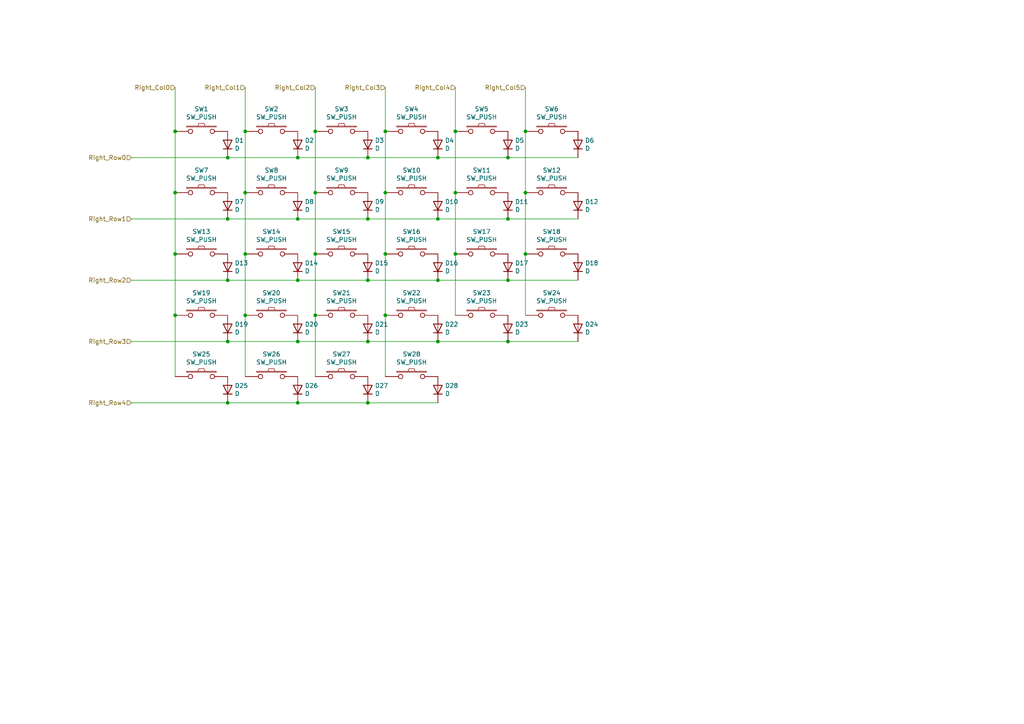
<source format=kicad_sch>
(kicad_sch (version 20230121) (generator eeschema)
  (paper "A4")
  (lib_symbols
    (symbol "Device:D" (pin_numbers hide) (pin_names (offset 1.016) hide)
      (property "Reference" "D" (at 0 2.54 0))
      (property "Value" "D" (at 0 -2.54 0))
      (symbol "D_0_1"
        (polyline (pts (xy -1.27 1.27) (xy -1.27 -1.27)) (stroke (width 0.254)))
        (polyline (pts (xy 1.27 0) (xy -1.27 0)))
        (polyline (pts (xy 1.27 1.27) (xy 1.27 -1.27) (xy -1.27 0) (xy 1.27 1.27)) (stroke (width 0.254)))
      )
      (symbol "D_1_1"
        (pin passive line (at -3.81 0 0) (length 2.54) (name "K") (number "1"))
        (pin passive line (at 3.81 0 180) (length 2.54) (name "A") (number "2"))
      )
    )
    (symbol "kbd:SW_PUSH" (pin_numbers hide) (pin_names (offset 1.016) hide)
      (property "Reference" "SW" (at 3.81 2.794 0))
      (property "Value" "SW_PUSH" (at 0 -2.032 0))
      (symbol "SW_PUSH_0_1"
        (rectangle (start -4.318 1.27) (end 4.318 1.524))
        (polyline (pts (xy -1.016 1.524) (xy -0.762 2.286) (xy 0.762 2.286) (xy 1.016 1.524)))
        (pin passive inverted (at -7.62 0 0) (length 5.08) (name "1") (number "1"))
        (pin passive inverted (at 7.62 0 180) (length 5.08) (name "2") (number "2"))
      )
    )
  )
  (junction (at 147.32 63.5))
  (junction (at 71.12 91.44))
  (junction (at 111.76 91.44))
  (junction (at 50.8 91.44))
  (junction (at 50.8 55.88))
  (junction (at 86.36 81.28))
  (junction (at 66.04 116.84))
  (junction (at 111.76 73.66))
  (junction (at 147.32 45.72))
  (junction (at 86.36 99.06))
  (junction (at 50.8 73.66))
  (junction (at 152.4 38.1))
  (junction (at 66.04 45.72))
  (junction (at 132.08 38.1))
  (junction (at 147.32 81.28))
  (junction (at 66.04 99.06))
  (junction (at 127 45.72))
  (junction (at 152.4 73.66))
  (junction (at 106.68 81.28))
  (junction (at 127 99.06))
  (junction (at 111.76 38.1))
  (junction (at 91.44 55.88))
  (junction (at 132.08 73.66))
  (junction (at 71.12 73.66))
  (junction (at 91.44 38.1))
  (junction (at 127 63.5))
  (junction (at 71.12 38.1))
  (junction (at 86.36 45.72))
  (junction (at 66.04 63.5))
  (junction (at 127 81.28))
  (junction (at 66.04 81.28))
  (junction (at 86.36 63.5))
  (junction (at 152.4 55.88))
  (junction (at 132.08 55.88))
  (junction (at 71.12 55.88))
  (junction (at 111.76 55.88))
  (junction (at 147.32 99.06))
  (junction (at 106.68 63.5))
  (junction (at 106.68 99.06))
  (junction (at 50.8 38.1))
  (junction (at 86.36 116.84))
  (junction (at 91.44 73.66))
  (junction (at 106.68 116.84))
  (junction (at 91.44 91.44))
  (junction (at 106.68 45.72))
  (wire (pts (xy 71.12 55.88) (xy 71.12 73.66)))
  (wire (pts (xy 127 81.28) (xy 147.32 81.28)))
  (wire (pts (xy 66.04 45.72) (xy 38.1 45.72)))
  (wire (pts (xy 106.68 116.84) (xy 127 116.84)))
  (wire (pts (xy 167.64 45.72) (xy 147.32 45.72)))
  (wire (pts (xy 106.68 63.5) (xy 127 63.5)))
  (wire (pts (xy 50.8 38.1) (xy 50.8 55.88)))
  (wire (pts (xy 147.32 81.28) (xy 167.64 81.28)))
  (wire (pts (xy 38.1 99.06) (xy 66.04 99.06)))
  (wire (pts (xy 86.36 116.84) (xy 106.68 116.84)))
  (wire (pts (xy 152.4 73.66) (xy 152.4 91.44)))
  (wire (pts (xy 66.04 63.5) (xy 86.36 63.5)))
  (wire (pts (xy 91.44 73.66) (xy 91.44 91.44)))
  (wire (pts (xy 38.1 81.28) (xy 66.04 81.28)))
  (wire (pts (xy 66.04 116.84) (xy 86.36 116.84)))
  (wire (pts (xy 71.12 91.44) (xy 71.12 109.22)))
  (wire (pts (xy 91.44 38.1) (xy 91.44 55.88)))
  (wire (pts (xy 152.4 38.1) (xy 152.4 55.88)))
  (wire (pts (xy 71.12 73.66) (xy 71.12 91.44)))
  (wire (pts (xy 38.1 116.84) (xy 66.04 116.84)))
  (wire (pts (xy 66.04 81.28) (xy 86.36 81.28)))
  (wire (pts (xy 127 63.5) (xy 147.32 63.5)))
  (wire (pts (xy 66.04 99.06) (xy 86.36 99.06)))
  (wire (pts (xy 91.44 38.1) (xy 91.44 25.4)))
  (wire (pts (xy 111.76 91.44) (xy 111.76 109.22)))
  (wire (pts (xy 111.76 38.1) (xy 111.76 55.88)))
  (wire (pts (xy 106.68 99.06) (xy 127 99.06)))
  (wire (pts (xy 111.76 73.66) (xy 111.76 91.44)))
  (wire (pts (xy 106.68 81.28) (xy 127 81.28)))
  (wire (pts (xy 147.32 99.06) (xy 167.64 99.06)))
  (wire (pts (xy 132.08 38.1) (xy 132.08 55.88)))
  (wire (pts (xy 111.76 38.1) (xy 111.76 25.4)))
  (wire (pts (xy 86.36 81.28) (xy 106.68 81.28)))
  (wire (pts (xy 86.36 63.5) (xy 106.68 63.5)))
  (wire (pts (xy 50.8 91.44) (xy 50.8 109.22)))
  (wire (pts (xy 50.8 73.66) (xy 50.8 91.44)))
  (wire (pts (xy 50.8 25.4) (xy 50.8 38.1)))
  (wire (pts (xy 86.36 45.72) (xy 66.04 45.72)))
  (wire (pts (xy 86.36 99.06) (xy 106.68 99.06)))
  (wire (pts (xy 106.68 45.72) (xy 86.36 45.72)))
  (wire (pts (xy 91.44 91.44) (xy 91.44 109.22)))
  (wire (pts (xy 152.4 25.4) (xy 152.4 38.1)))
  (wire (pts (xy 50.8 55.88) (xy 50.8 73.66)))
  (wire (pts (xy 91.44 55.88) (xy 91.44 73.66)))
  (wire (pts (xy 147.32 45.72) (xy 127 45.72)))
  (wire (pts (xy 152.4 55.88) (xy 152.4 73.66)))
  (wire (pts (xy 132.08 55.88) (xy 132.08 73.66)))
  (wire (pts (xy 127 45.72) (xy 106.68 45.72)))
  (wire (pts (xy 71.12 38.1) (xy 71.12 55.88)))
  (wire (pts (xy 127 99.06) (xy 147.32 99.06)))
  (wire (pts (xy 111.76 55.88) (xy 111.76 73.66)))
  (wire (pts (xy 38.1 63.5) (xy 66.04 63.5)))
  (wire (pts (xy 132.08 73.66) (xy 132.08 91.44)))
  (wire (pts (xy 71.12 25.4) (xy 71.12 38.1)))
  (wire (pts (xy 132.08 38.1) (xy 132.08 25.4)))
  (wire (pts (xy 167.64 63.5) (xy 147.32 63.5)))
  (hierarchical_label "Right_Row3" (shape input) (at 38.1 99.06 180))
  (hierarchical_label "Right_Row0" (shape input) (at 38.1 45.72 180))
  (hierarchical_label "Right_Col5" (shape input) (at 152.4 25.4 180))
  (hierarchical_label "Right_Row2" (shape input) (at 38.1 81.28 180))
  (hierarchical_label "Right_Col3" (shape input) (at 111.76 25.4 180))
  (hierarchical_label "Right_Row4" (shape input) (at 38.1 116.84 180))
  (hierarchical_label "Right_Col2" (shape input) (at 91.44 25.4 180))
  (hierarchical_label "Right_Row1" (shape input) (at 38.1 63.5 180))
  (hierarchical_label "Right_Col0" (shape input) (at 50.8 25.4 180))
  (hierarchical_label "Right_Col4" (shape input) (at 132.08 25.4 180))
  (hierarchical_label "Right_Col1" (shape input) (at 71.12 25.4 180))
  (symbol (lib_id "kbd:SW_PUSH") (at 160.02 38.1 0) (unit 1)
    (property "Reference" "SW6" (at 160.02 31.623 0))
    (property "Value" "SW_PUSH" (at 160.02 33.9344 0))
    (property "Footprint" "Marby_kbd_footprint:CherryMXSwitch_hotswap_1_00u" (effects hide))
    (property "LCSC" "aaa" (effects hide))
    (instances (project "SumNight57" (path "" (reference "SW6") (unit 1)) (path "" (reference "SW35") (unit 1))))
  )
  (symbol (lib_id "Device:D") (at 147.32 77.47 90) (unit 1)
    (property "Reference" "D17" (at 149.352 76.3016 90) (effects (justify right)))
    (property "Value" "D" (at 149.352 78.613 90) (effects (justify right)))
    (property "Footprint" "Marby_kbd_footprint:Diode_SMD" (effects hide))
    (property "Datasheet" "SOD-123 Switching Diode ROHS" (effects hide))
    (property "LCSC" "C81598" (effects hide))
    (instances (project "SumNight57" (path "" (reference "D17") (unit 1)) (path "" (reference "D46") (unit 1))))
  )
  (symbol (lib_id "kbd:SW_PUSH") (at 78.74 109.22 0) (unit 1)
    (property "Reference" "SW26" (at 78.74 102.743 0))
    (property "Value" "SW_PUSH" (at 78.74 105.0544 0))
    (property "Footprint" "Marby_kbd_footprint:CherryMXSwitch_hotswap_1_00u" (effects hide))
    (property "LCSC" "aaa" (effects hide))
    (instances (project "SumNight57" (path "" (reference "SW26") (unit 1)) (path "" (reference "SW55") (unit 1))))
  )
  (symbol (lib_id "kbd:SW_PUSH") (at 119.38 38.1 0) (unit 1)
    (property "Reference" "SW4" (at 119.38 31.623 0))
    (property "Value" "SW_PUSH" (at 119.38 33.9344 0))
    (property "Footprint" "Marby_kbd_footprint:CherryMXSwitch_hotswap_1_00u" (effects hide))
    (property "LCSC" "aaa" (effects hide))
    (instances (project "SumNight57" (path "" (reference "SW4") (unit 1)) (path "" (reference "SW33") (unit 1))))
  )
  (symbol (lib_id "kbd:SW_PUSH") (at 78.74 91.44 0) (unit 1)
    (property "Reference" "SW20" (at 78.74 84.963 0))
    (property "Value" "SW_PUSH" (at 78.74 87.2744 0))
    (property "Footprint" "Marby_kbd_footprint:CherryMXSwitch_hotswap_1_00u" (effects hide))
    (property "LCSC" "aaa" (effects hide))
    (instances (project "SumNight57" (path "" (reference "SW20") (unit 1)) (path "" (reference "SW49") (unit 1))))
  )
  (symbol (lib_id "Device:D") (at 86.36 59.69 90) (unit 1)
    (property "Reference" "D8" (at 88.392 58.5216 90) (effects (justify right)))
    (property "Value" "D" (at 88.392 60.833 90) (effects (justify right)))
    (property "Footprint" "Marby_kbd_footprint:Diode_SMD" (effects hide))
    (property "Datasheet" "SOD-123 Switching Diode ROHS" (effects hide))
    (property "LCSC" "C81598" (effects hide))
    (instances (project "SumNight57" (path "" (reference "D8") (unit 1)) (path "" (reference "D37") (unit 1))))
  )
  (symbol (lib_id "Device:D") (at 127 77.47 90) (unit 1)
    (property "Reference" "D16" (at 129.032 76.3016 90) (effects (justify right)))
    (property "Value" "D" (at 129.032 78.613 90) (effects (justify right)))
    (property "Footprint" "Marby_kbd_footprint:Diode_SMD" (effects hide))
    (property "Datasheet" "SOD-123 Switching Diode ROHS" (effects hide))
    (property "LCSC" "C81598" (effects hide))
    (instances (project "SumNight57" (path "" (reference "D16") (unit 1)) (path "" (reference "D45") (unit 1))))
  )
  (symbol (lib_id "kbd:SW_PUSH") (at 99.06 73.66 0) (unit 1)
    (property "Reference" "SW15" (at 99.06 67.183 0))
    (property "Value" "SW_PUSH" (at 99.06 69.4944 0))
    (property "Footprint" "Marby_kbd_footprint:CherryMXSwitch_hotswap_1_00u" (effects hide))
    (property "LCSC" "aaa" (effects hide))
    (instances (project "SumNight57" (path "" (reference "SW15") (unit 1)) (path "" (reference "SW44") (unit 1))))
  )
  (symbol (lib_id "kbd:SW_PUSH") (at 99.06 38.1 0) (unit 1)
    (property "Reference" "SW3" (at 99.06 31.623 0))
    (property "Value" "SW_PUSH" (at 99.06 33.9344 0))
    (property "Footprint" "Marby_kbd_footprint:CherryMXSwitch_hotswap_1_00u" (effects hide))
    (property "LCSC" "aaa" (effects hide))
    (instances (project "SumNight57" (path "" (reference "SW3") (unit 1)) (path "" (reference "SW32") (unit 1))))
  )
  (symbol (lib_id "Device:D") (at 86.36 77.47 90) (unit 1)
    (property "Reference" "D14" (at 88.392 76.3016 90) (effects (justify right)))
    (property "Value" "D" (at 88.392 78.613 90) (effects (justify right)))
    (property "Footprint" "Marby_kbd_footprint:Diode_SMD" (effects hide))
    (property "Datasheet" "SOD-123 Switching Diode ROHS" (effects hide))
    (property "LCSC" "C81598" (effects hide))
    (instances (project "SumNight57" (path "" (reference "D14") (unit 1)) (path "" (reference "D43") (unit 1))))
  )
  (symbol (lib_id "kbd:SW_PUSH") (at 139.7 91.44 0) (unit 1)
    (property "Reference" "SW23" (at 139.7 84.963 0))
    (property "Value" "SW_PUSH" (at 139.7 87.2744 0))
    (property "Footprint" "Marby_kbd_footprint:CherryMXSwitch_hotswap_1_00u" (effects hide))
    (instances (project "SumNight57" (path "" (reference "SW23") (unit 1)) (path "" (reference "SW52") (unit 1))))
  )
  (symbol (lib_id "Device:D") (at 86.36 95.25 90) (unit 1)
    (property "Reference" "D20" (at 88.392 94.0816 90) (effects (justify right)))
    (property "Value" "D" (at 88.392 96.393 90) (effects (justify right)))
    (property "Footprint" "Marby_kbd_footprint:Diode_SMD" (effects hide))
    (property "Datasheet" "SOD-123 Switching Diode ROHS" (effects hide))
    (property "LCSC" "C81598" (effects hide))
    (instances (project "SumNight57" (path "" (reference "D20") (unit 1)) (path "" (reference "D49") (unit 1))))
  )
  (symbol (lib_id "Device:D") (at 106.68 113.03 90) (unit 1)
    (property "Reference" "D27" (at 108.712 111.8616 90) (effects (justify right)))
    (property "Value" "D" (at 108.712 114.173 90) (effects (justify right)))
    (property "Footprint" "Marby_kbd_footprint:Diode_SMD" (effects hide))
    (property "Datasheet" "SOD-123 Switching Diode ROHS" (effects hide))
    (property "LCSC" "C81598" (effects hide))
    (instances (project "SumNight57" (path "" (reference "D27") (unit 1)) (path "" (reference "D56") (unit 1))))
  )
  (symbol (lib_id "kbd:SW_PUSH") (at 160.02 91.44 0) (unit 1)
    (property "Reference" "SW24" (at 160.02 84.963 0))
    (property "Value" "SW_PUSH" (at 160.02 87.2744 0))
    (property "Footprint" "Marby_kbd_footprint:CherryMXSwitch_hotswap_1_00u" (effects hide))
    (instances (project "SumNight57" (path "" (reference "SW24") (unit 1)) (path "" (reference "SW53") (unit 1))))
  )
  (symbol (lib_id "kbd:SW_PUSH") (at 58.42 73.66 0) (unit 1)
    (property "Reference" "SW13" (at 58.42 67.183 0))
    (property "Value" "SW_PUSH" (at 58.42 69.4944 0))
    (property "Footprint" "Marby_kbd_footprint:CherryMXSwitch_hotswap_1_00u" (effects hide))
    (property "LCSC" "aaa" (effects hide))
    (instances (project "SumNight57" (path "" (reference "SW13") (unit 1)) (path "" (reference "SW42") (unit 1))))
  )
  (symbol (lib_id "Device:D") (at 86.36 41.91 90) (unit 1)
    (property "Reference" "D2" (at 88.392 40.7416 90) (effects (justify right)))
    (property "Value" "D" (at 88.392 43.053 90) (effects (justify right)))
    (property "Footprint" "Marby_kbd_footprint:Diode_SMD" (effects hide))
    (property "Datasheet" "SOD-123 Switching Diode ROHS" (effects hide))
    (property "LCSC" "C81598" (effects hide))
    (instances (project "SumNight57" (path "" (reference "D2") (unit 1)) (path "" (reference "D31") (unit 1))))
  )
  (symbol (lib_id "Device:D") (at 66.04 113.03 90) (unit 1)
    (property "Reference" "D25" (at 68.072 111.8616 90) (effects (justify right)))
    (property "Value" "D" (at 68.072 114.173 90) (effects (justify right)))
    (property "Footprint" "Marby_kbd_footprint:Diode_SMD" (effects hide))
    (property "Datasheet" "SOD-123 Switching Diode ROHS" (effects hide))
    (property "LCSC" "C81598" (effects hide))
    (instances (project "SumNight57" (path "" (reference "D25") (unit 1)) (path "" (reference "D54") (unit 1))))
  )
  (symbol (lib_id "Device:D") (at 86.36 113.03 90) (unit 1)
    (property "Reference" "D26" (at 88.392 111.8616 90) (effects (justify right)))
    (property "Value" "D" (at 88.392 114.173 90) (effects (justify right)))
    (property "Footprint" "Marby_kbd_footprint:Diode_SMD" (effects hide))
    (property "Datasheet" "SOD-123 Switching Diode ROHS" (effects hide))
    (property "LCSC" "C81598" (effects hide))
    (instances (project "SumNight57" (path "" (reference "D26") (unit 1)) (path "" (reference "D55") (unit 1))))
  )
  (symbol (lib_id "kbd:SW_PUSH") (at 99.06 109.22 0) (unit 1)
    (property "Reference" "SW27" (at 99.06 102.743 0))
    (property "Value" "SW_PUSH" (at 99.06 105.0544 0))
    (property "Footprint" "Marby_kbd_footprint:CherryMXSwitch_hotswap_1_00u" (effects hide))
    (instances (project "SumNight57" (path "" (reference "SW27") (unit 1)) (path "" (reference "SW56") (unit 1))))
  )
  (symbol (lib_id "Device:D") (at 106.68 77.47 90) (unit 1)
    (property "Reference" "D15" (at 108.712 76.3016 90) (effects (justify right)))
    (property "Value" "D" (at 108.712 78.613 90) (effects (justify right)))
    (property "Footprint" "Marby_kbd_footprint:Diode_SMD" (effects hide))
    (property "Datasheet" "SOD-123 Switching Diode ROHS" (effects hide))
    (property "LCSC" "C81598" (effects hide))
    (instances (project "SumNight57" (path "" (reference "D15") (unit 1)) (path "" (reference "D44") (unit 1))))
  )
  (symbol (lib_id "Device:D") (at 106.68 59.69 90) (unit 1)
    (property "Reference" "D9" (at 108.712 58.5216 90) (effects (justify right)))
    (property "Value" "D" (at 108.712 60.833 90) (effects (justify right)))
    (property "Footprint" "Marby_kbd_footprint:Diode_SMD" (effects hide))
    (property "Datasheet" "SOD-123 Switching Diode ROHS" (effects hide))
    (property "LCSC" "C81598" (effects hide))
    (instances (project "SumNight57" (path "" (reference "D9") (unit 1)) (path "" (reference "D38") (unit 1))))
  )
  (symbol (lib_id "kbd:SW_PUSH") (at 58.42 91.44 0) (unit 1)
    (property "Reference" "SW19" (at 58.42 84.963 0))
    (property "Value" "SW_PUSH" (at 58.42 87.2744 0))
    (property "Footprint" "Marby_kbd_footprint:CherryMXSwitch_hotswap_1_00u" (effects hide))
    (property "LCSC" "aaa" (effects hide))
    (instances (project "SumNight57" (path "" (reference "SW19") (unit 1)) (path "" (reference "SW48") (unit 1))))
  )
  (symbol (lib_id "kbd:SW_PUSH") (at 99.06 91.44 0) (unit 1)
    (property "Reference" "SW21" (at 99.06 84.963 0))
    (property "Value" "SW_PUSH" (at 99.06 87.2744 0))
    (property "Footprint" "Marby_kbd_footprint:CherryMXSwitch_hotswap_1_00u" (effects hide))
    (instances (project "SumNight57" (path "" (reference "SW21") (unit 1)) (path "" (reference "SW50") (unit 1))))
  )
  (symbol (lib_id "kbd:SW_PUSH") (at 139.7 73.66 0) (unit 1)
    (property "Reference" "SW17" (at 139.7 67.183 0))
    (property "Value" "SW_PUSH" (at 139.7 69.4944 0))
    (property "Footprint" "Marby_kbd_footprint:CherryMXSwitch_hotswap_1_00u" (effects hide))
    (property "LCSC" "aaa" (effects hide))
    (instances (project "SumNight57" (path "" (reference "SW17") (unit 1)) (path "" (reference "SW46") (unit 1))))
  )
  (symbol (lib_id "kbd:SW_PUSH") (at 119.38 55.88 0) (unit 1)
    (property "Reference" "SW10" (at 119.38 49.403 0))
    (property "Value" "SW_PUSH" (at 119.38 51.7144 0))
    (property "Footprint" "Marby_kbd_footprint:CherryMXSwitch_hotswap_1_00u" (effects hide))
    (property "LCSC" "aaa" (effects hide))
    (instances (project "SumNight57" (path "" (reference "SW10") (unit 1)) (path "" (reference "SW39") (unit 1))))
  )
  (symbol (lib_id "kbd:SW_PUSH") (at 78.74 73.66 0) (unit 1)
    (property "Reference" "SW14" (at 78.74 67.183 0))
    (property "Value" "SW_PUSH" (at 78.74 69.4944 0))
    (property "Footprint" "Marby_kbd_footprint:CherryMXSwitch_hotswap_1_00u" (effects hide))
    (property "LCSC" "aaa" (effects hide))
    (instances (project "SumNight57" (path "" (reference "SW14") (unit 1)) (path "" (reference "SW43") (unit 1))))
  )
  (symbol (lib_id "Device:D") (at 147.32 59.69 90) (unit 1)
    (property "Reference" "D11" (at 149.352 58.5216 90) (effects (justify right)))
    (property "Value" "D" (at 149.352 60.833 90) (effects (justify right)))
    (property "Footprint" "Marby_kbd_footprint:Diode_SMD" (effects hide))
    (property "Datasheet" "SOD-123 Switching Diode ROHS" (effects hide))
    (property "LCSC" "C81598" (effects hide))
    (instances (project "SumNight57" (path "" (reference "D11") (unit 1)) (path "" (reference "D40") (unit 1))))
  )
  (symbol (lib_id "kbd:SW_PUSH") (at 99.06 55.88 0) (unit 1)
    (property "Reference" "SW9" (at 99.06 49.403 0))
    (property "Value" "SW_PUSH" (at 99.06 51.7144 0))
    (property "Footprint" "Marby_kbd_footprint:CherryMXSwitch_hotswap_1_00u" (effects hide))
    (property "LCSC" "aaa" (effects hide))
    (instances (project "SumNight57" (path "" (reference "SW9") (unit 1)) (path "" (reference "SW38") (unit 1))))
  )
  (symbol (lib_id "Device:D") (at 66.04 41.91 90) (unit 1)
    (property "Reference" "D1" (at 68.072 40.7416 90) (effects (justify right)))
    (property "Value" "D" (at 68.072 43.053 90) (effects (justify right)))
    (property "Footprint" "Marby_kbd_footprint:Diode_SMD" (effects hide))
    (property "Datasheet" "SOD-123 Switching Diode ROHS" (effects hide))
    (property "LCSC" "C81598" (effects hide))
    (instances (project "SumNight57" (path "" (reference "D1") (unit 1)) (path "" (reference "D30") (unit 1))))
  )
  (symbol (lib_id "kbd:SW_PUSH") (at 58.42 38.1 0) (unit 1)
    (property "Reference" "SW1" (at 58.42 31.623 0))
    (property "Value" "SW_PUSH" (at 58.42 33.9344 0))
    (property "Footprint" "Marby_kbd_footprint:CherryMXSwitch_hotswap_1_00u" (effects hide))
    (property "LCSC" "aaa" (effects hide))
    (instances (project "SumNight57" (path "" (reference "SW1") (unit 1)) (path "" (reference "SW30") (unit 1))))
  )
  (symbol (lib_id "Device:D") (at 106.68 95.25 90) (unit 1)
    (property "Reference" "D21" (at 108.712 94.0816 90) (effects (justify right)))
    (property "Value" "D" (at 108.712 96.393 90) (effects (justify right)))
    (property "Footprint" "Marby_kbd_footprint:Diode_SMD" (effects hide))
    (property "Datasheet" "SOD-123 Switching Diode ROHS" (effects hide))
    (property "LCSC" "C81598" (effects hide))
    (instances (project "SumNight57" (path "" (reference "D21") (unit 1)) (path "" (reference "D50") (unit 1))))
  )
  (symbol (lib_id "Device:D") (at 167.64 41.91 90) (unit 1)
    (property "Reference" "D6" (at 169.672 40.7416 90) (effects (justify right)))
    (property "Value" "D" (at 169.672 43.053 90) (effects (justify right)))
    (property "Footprint" "Marby_kbd_footprint:Diode_SMD" (effects hide))
    (property "Datasheet" "SOD-123 Switching Diode ROHS" (effects hide))
    (property "LCSC" "C81598" (effects hide))
    (instances (project "SumNight57" (path "" (reference "D6") (unit 1)) (path "" (reference "D35") (unit 1))))
  )
  (symbol (lib_id "kbd:SW_PUSH") (at 160.02 55.88 0) (unit 1)
    (property "Reference" "SW12" (at 160.02 49.403 0))
    (property "Value" "SW_PUSH" (at 160.02 51.7144 0))
    (property "Footprint" "Marby_kbd_footprint:CherryMXSwitch_hotswap_1_00u" (effects hide))
    (property "LCSC" "aaa" (effects hide))
    (instances (project "SumNight57" (path "" (reference "SW12") (unit 1)) (path "" (reference "SW41") (unit 1))))
  )
  (symbol (lib_id "kbd:SW_PUSH") (at 58.42 55.88 0) (unit 1)
    (property "Reference" "SW7" (at 58.42 49.403 0))
    (property "Value" "SW_PUSH" (at 58.42 51.7144 0))
    (property "Footprint" "Marby_kbd_footprint:CherryMXSwitch_hotswap_1_00u" (effects hide))
    (property "LCSC" "aaa" (effects hide))
    (instances (project "SumNight57" (path "" (reference "SW7") (unit 1)) (path "" (reference "SW36") (unit 1))))
  )
  (symbol (lib_id "kbd:SW_PUSH") (at 78.74 38.1 0) (unit 1)
    (property "Reference" "SW2" (at 78.74 31.623 0))
    (property "Value" "SW_PUSH" (at 78.74 33.9344 0))
    (property "Footprint" "Marby_kbd_footprint:CherryMXSwitch_hotswap_1_00u" (effects hide))
    (property "LCSC" "aaa" (effects hide))
    (instances (project "SumNight57" (path "" (reference "SW2") (unit 1)) (path "" (reference "SW31") (unit 1))))
  )
  (symbol (lib_id "kbd:SW_PUSH") (at 58.42 109.22 0) (unit 1)
    (property "Reference" "SW25" (at 58.42 102.743 0))
    (property "Value" "SW_PUSH" (at 58.42 105.0544 0))
    (property "Footprint" "Marby_kbd_footprint:CherryMXSwitch_hotswap_1_00u" (effects hide))
    (property "LCSC" "aaa" (effects hide))
    (instances (project "SumNight57" (path "" (reference "SW25") (unit 1)) (path "" (reference "SW54") (unit 1))))
  )
  (symbol (lib_id "Device:D") (at 127 41.91 90) (unit 1)
    (property "Reference" "D4" (at 129.032 40.7416 90) (effects (justify right)))
    (property "Value" "D" (at 129.032 43.053 90) (effects (justify right)))
    (property "Footprint" "Marby_kbd_footprint:Diode_SMD" (effects hide))
    (property "Datasheet" "SOD-123 Switching Diode ROHS" (effects hide))
    (property "LCSC" "C81598" (effects hide))
    (instances (project "SumNight57" (path "" (reference "D4") (unit 1)) (path "" (reference "D33") (unit 1))))
  )
  (symbol (lib_id "kbd:SW_PUSH") (at 119.38 73.66 0) (unit 1)
    (property "Reference" "SW16" (at 119.38 67.183 0))
    (property "Value" "SW_PUSH" (at 119.38 69.4944 0))
    (property "Footprint" "Marby_kbd_footprint:CherryMXSwitch_hotswap_1_00u" (effects hide))
    (property "LCSC" "aaa" (effects hide))
    (instances (project "SumNight57" (path "" (reference "SW16") (unit 1)) (path "" (reference "SW45") (unit 1))))
  )
  (symbol (lib_id "Device:D") (at 66.04 59.69 90) (unit 1)
    (property "Reference" "D7" (at 68.072 58.5216 90) (effects (justify right)))
    (property "Value" "D" (at 68.072 60.833 90) (effects (justify right)))
    (property "Footprint" "Marby_kbd_footprint:Diode_SMD" (effects hide))
    (property "Datasheet" "SOD-123 Switching Diode ROHS" (effects hide))
    (property "LCSC" "C81598" (effects hide))
    (instances (project "SumNight57" (path "" (reference "D7") (unit 1)) (path "" (reference "D36") (unit 1))))
  )
  (symbol (lib_id "Device:D") (at 127 59.69 90) (unit 1)
    (property "Reference" "D10" (at 129.032 58.5216 90) (effects (justify right)))
    (property "Value" "D" (at 129.032 60.833 90) (effects (justify right)))
    (property "Footprint" "Marby_kbd_footprint:Diode_SMD" (effects hide))
    (property "Datasheet" "SOD-123 Switching Diode ROHS" (effects hide))
    (property "LCSC" "C81598" (effects hide))
    (instances (project "SumNight57" (path "" (reference "D10") (unit 1)) (path "" (reference "D39") (unit 1))))
  )
  (symbol (lib_id "Device:D") (at 127 95.25 90) (unit 1)
    (property "Reference" "D22" (at 129.032 94.0816 90) (effects (justify right)))
    (property "Value" "D" (at 129.032 96.393 90) (effects (justify right)))
    (property "Footprint" "Marby_kbd_footprint:Diode_SMD" (effects hide))
    (property "Datasheet" "SOD-123 Switching Diode ROHS" (effects hide))
    (property "LCSC" "C81598" (effects hide))
    (instances (project "SumNight57" (path "" (reference "D22") (unit 1)) (path "" (reference "D51") (unit 1))))
  )
  (symbol (lib_id "Device:D") (at 127 113.03 90) (unit 1)
    (property "Reference" "D28" (at 129.032 111.8616 90) (effects (justify right)))
    (property "Value" "D" (at 129.032 114.173 90) (effects (justify right)))
    (property "Footprint" "Marby_kbd_footprint:Diode_SMD" (effects hide))
    (property "Datasheet" "SOD-123 Switching Diode ROHS" (effects hide))
    (property "LCSC" "C81598" (effects hide))
    (instances (project "SumNight57" (path "" (reference "D28") (unit 1)) (path "" (reference "D57") (unit 1))))
  )
  (symbol (lib_id "Device:D") (at 167.64 95.25 90) (unit 1)
    (property "Reference" "D24" (at 169.672 94.0816 90) (effects (justify right)))
    (property "Value" "D" (at 169.672 96.393 90) (effects (justify right)))
    (property "Footprint" "Marby_kbd_footprint:Diode_SMD" (effects hide))
    (property "Datasheet" "SOD-123 Switching Diode ROHS" (effects hide))
    (property "LCSC" "C81598" (effects hide))
    (instances (project "SumNight57" (path "" (reference "D24") (unit 1)) (path "" (reference "D53") (unit 1))))
  )
  (symbol (lib_id "kbd:SW_PUSH") (at 160.02 73.66 0) (unit 1)
    (property "Reference" "SW18" (at 160.02 67.183 0))
    (property "Value" "SW_PUSH" (at 160.02 69.4944 0))
    (property "Footprint" "Marby_kbd_footprint:CherryMXSwitch_hotswap_1_00u" (effects hide))
    (property "LCSC" "aaa" (effects hide))
    (instances (project "SumNight57" (path "" (reference "SW18") (unit 1)) (path "" (reference "SW47") (unit 1))))
  )
  (symbol (lib_id "Device:D") (at 167.64 59.69 90) (unit 1)
    (property "Reference" "D12" (at 169.672 58.5216 90) (effects (justify right)))
    (property "Value" "D" (at 169.672 60.833 90) (effects (justify right)))
    (property "Footprint" "Marby_kbd_footprint:Diode_SMD" (effects hide))
    (property "Datasheet" "SOD-123 Switching Diode ROHS" (effects hide))
    (property "LCSC" "C81598" (effects hide))
    (instances (project "SumNight57" (path "" (reference "D12") (unit 1)) (path "" (reference "D41") (unit 1))))
  )
  (symbol (lib_id "Device:D") (at 66.04 95.25 90) (unit 1)
    (property "Reference" "D19" (at 68.072 94.0816 90) (effects (justify right)))
    (property "Value" "D" (at 68.072 96.393 90) (effects (justify right)))
    (property "Footprint" "Marby_kbd_footprint:Diode_SMD" (effects hide))
    (property "Datasheet" "SOD-123 Switching Diode ROHS" (effects hide))
    (property "LCSC" "C81598" (effects hide))
    (instances (project "SumNight57" (path "" (reference "D19") (unit 1)) (path "" (reference "D48") (unit 1))))
  )
  (symbol (lib_id "kbd:SW_PUSH") (at 139.7 38.1 0) (unit 1)
    (property "Reference" "SW5" (at 139.7 31.623 0))
    (property "Value" "SW_PUSH" (at 139.7 33.9344 0))
    (property "Footprint" "Marby_kbd_footprint:CherryMXSwitch_hotswap_1_00u" (effects hide))
    (property "LCSC" "aaa" (effects hide))
    (instances (project "SumNight57" (path "" (reference "SW5") (unit 1)) (path "" (reference "SW34") (unit 1))))
  )
  (symbol (lib_id "kbd:SW_PUSH") (at 139.7 55.88 0) (unit 1)
    (property "Reference" "SW11" (at 139.7 49.403 0))
    (property "Value" "SW_PUSH" (at 139.7 51.7144 0))
    (property "Footprint" "Marby_kbd_footprint:CherryMXSwitch_hotswap_1_00u" (effects hide))
    (property "LCSC" "aaa" (effects hide))
    (instances (project "SumNight57" (path "" (reference "SW11") (unit 1)) (path "" (reference "SW40") (unit 1))))
  )
  (symbol (lib_id "Device:D") (at 106.68 41.91 90) (unit 1)
    (property "Reference" "D3" (at 108.712 40.7416 90) (effects (justify right)))
    (property "Value" "D" (at 108.712 43.053 90) (effects (justify right)))
    (property "Footprint" "Marby_kbd_footprint:Diode_SMD" (effects hide))
    (property "Datasheet" "SOD-123 Switching Diode ROHS" (effects hide))
    (property "LCSC" "C81598" (effects hide))
    (instances (project "SumNight57" (path "" (reference "D3") (unit 1)) (path "" (reference "D32") (unit 1))))
  )
  (symbol (lib_id "kbd:SW_PUSH") (at 119.38 109.22 0) (unit 1)
    (property "Reference" "SW28" (at 119.38 102.743 0))
    (property "Value" "SW_PUSH" (at 119.38 105.0544 0))
    (property "Footprint" "Marby_kbd_footprint:CherryMXSwitch_hotswap_1_00u" (effects hide))
    (instances (project "SumNight57" (path "" (reference "SW28") (unit 1)) (path "" (reference "SW57") (unit 1))))
  )
  (symbol (lib_id "kbd:SW_PUSH") (at 119.38 91.44 0) (unit 1)
    (property "Reference" "SW22" (at 119.38 84.963 0))
    (property "Value" "SW_PUSH" (at 119.38 87.2744 0))
    (property "Footprint" "Marby_kbd_footprint:CherryMXSwitch_hotswap_1_00u" (effects hide))
    (instances (project "SumNight57" (path "" (reference "SW22") (unit 1)) (path "" (reference "SW51") (unit 1))))
  )
  (symbol (lib_id "Device:D") (at 167.64 77.47 90) (unit 1)
    (property "Reference" "D18" (at 169.672 76.3016 90) (effects (justify right)))
    (property "Value" "D" (at 169.672 78.613 90) (effects (justify right)))
    (property "Footprint" "Marby_kbd_footprint:Diode_SMD" (effects hide))
    (property "Datasheet" "SOD-123 Switching Diode ROHS" (effects hide))
    (property "LCSC" "C81598" (effects hide))
    (instances (project "SumNight57" (path "" (reference "D18") (unit 1)) (path "" (reference "D47") (unit 1))))
  )
  (symbol (lib_id "Device:D") (at 147.32 41.91 90) (unit 1)
    (property "Reference" "D5" (at 149.352 40.7416 90) (effects (justify right)))
    (property "Value" "D" (at 149.352 43.053 90) (effects (justify right)))
    (property "Footprint" "Marby_kbd_footprint:Diode_SMD" (effects hide))
    (property "Datasheet" "SOD-123 Switching Diode ROHS" (effects hide))
    (property "LCSC" "C81598" (effects hide))
    (instances (project "SumNight57" (path "" (reference "D5") (unit 1)) (path "" (reference "D34") (unit 1))))
  )
  (symbol (lib_id "kbd:SW_PUSH") (at 78.74 55.88 0) (unit 1)
    (property "Reference" "SW8" (at 78.74 49.403 0))
    (property "Value" "SW_PUSH" (at 78.74 51.7144 0))
    (property "Footprint" "Marby_kbd_footprint:CherryMXSwitch_hotswap_1_00u" (effects hide))
    (property "LCSC" "aaa" (effects hide))
    (instances (project "SumNight57" (path "" (reference "SW8") (unit 1)) (path "" (reference "SW37") (unit 1))))
  )
  (symbol (lib_id "Device:D") (at 147.32 95.25 90) (unit 1)
    (property "Reference" "D23" (at 149.352 94.0816 90) (effects (justify right)))
    (property "Value" "D" (at 149.352 96.393 90) (effects (justify right)))
    (property "Footprint" "Marby_kbd_footprint:Diode_SMD" (effects hide))
    (property "Datasheet" "SOD-123 Switching Diode ROHS" (effects hide))
    (property "LCSC" "C81598" (effects hide))
    (instances (project "SumNight57" (path "" (reference "D23") (unit 1)) (path "" (reference "D52") (unit 1))))
  )
  (symbol (lib_id "Device:D") (at 66.04 77.47 90) (unit 1)
    (property "Reference" "D13" (at 68.072 76.3016 90) (effects (justify right)))
    (property "Value" "D" (at 68.072 78.613 90) (effects (justify right)))
    (property "Footprint" "Marby_kbd_footprint:Diode_SMD" (effects hide))
    (property "Datasheet" "SOD-123 Switching Diode ROHS" (effects hide))
    (property "LCSC" "C81598" (effects hide))
    (instances (project "SumNight57" (path "" (reference "D13") (unit 1)) (path "" (reference "D42") (unit 1))))
  )
)
</source>
